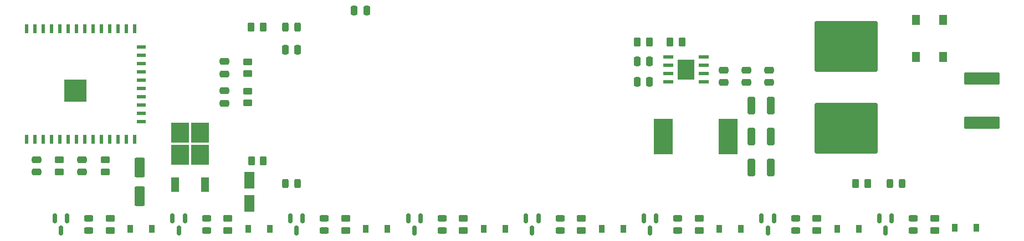
<source format=gbr>
%TF.GenerationSoftware,KiCad,Pcbnew,(6.0.0-0)*%
%TF.CreationDate,2022-04-09T04:09:41-05:00*%
%TF.ProjectId,ESP32RelaySwitcher,45535033-3252-4656-9c61-795377697463,rev?*%
%TF.SameCoordinates,Original*%
%TF.FileFunction,Paste,Top*%
%TF.FilePolarity,Positive*%
%FSLAX46Y46*%
G04 Gerber Fmt 4.6, Leading zero omitted, Abs format (unit mm)*
G04 Created by KiCad (PCBNEW (6.0.0-0)) date 2022-04-09 04:09:41*
%MOMM*%
%LPD*%
G01*
G04 APERTURE LIST*
G04 Aperture macros list*
%AMRoundRect*
0 Rectangle with rounded corners*
0 $1 Rounding radius*
0 $2 $3 $4 $5 $6 $7 $8 $9 X,Y pos of 4 corners*
0 Add a 4 corners polygon primitive as box body*
4,1,4,$2,$3,$4,$5,$6,$7,$8,$9,$2,$3,0*
0 Add four circle primitives for the rounded corners*
1,1,$1+$1,$2,$3*
1,1,$1+$1,$4,$5*
1,1,$1+$1,$6,$7*
1,1,$1+$1,$8,$9*
0 Add four rect primitives between the rounded corners*
20,1,$1+$1,$2,$3,$4,$5,0*
20,1,$1+$1,$4,$5,$6,$7,0*
20,1,$1+$1,$6,$7,$8,$9,0*
20,1,$1+$1,$8,$9,$2,$3,0*%
G04 Aperture macros list end*
%ADD10RoundRect,0.243750X0.243750X0.456250X-0.243750X0.456250X-0.243750X-0.456250X0.243750X-0.456250X0*%
%ADD11RoundRect,0.243750X0.456250X-0.243750X0.456250X0.243750X-0.456250X0.243750X-0.456250X-0.243750X0*%
%ADD12RoundRect,0.250000X0.450000X-0.262500X0.450000X0.262500X-0.450000X0.262500X-0.450000X-0.262500X0*%
%ADD13RoundRect,0.250000X-0.250000X-0.475000X0.250000X-0.475000X0.250000X0.475000X-0.250000X0.475000X0*%
%ADD14RoundRect,0.250000X-0.450000X0.262500X-0.450000X-0.262500X0.450000X-0.262500X0.450000X0.262500X0*%
%ADD15RoundRect,0.250000X-0.475000X0.250000X-0.475000X-0.250000X0.475000X-0.250000X0.475000X0.250000X0*%
%ADD16R,1.200000X1.600000*%
%ADD17R,0.900000X1.200000*%
%ADD18RoundRect,0.150000X-0.150000X0.587500X-0.150000X-0.587500X0.150000X-0.587500X0.150000X0.587500X0*%
%ADD19R,1.550000X0.600000*%
%ADD20R,2.600000X3.100000*%
%ADD21RoundRect,0.250000X0.475000X-0.250000X0.475000X0.250000X-0.475000X0.250000X-0.475000X-0.250000X0*%
%ADD22RoundRect,0.250000X-0.325000X-1.100000X0.325000X-1.100000X0.325000X1.100000X-0.325000X1.100000X0*%
%ADD23RoundRect,0.250000X-0.550000X1.250000X-0.550000X-1.250000X0.550000X-1.250000X0.550000X1.250000X0*%
%ADD24RoundRect,0.250000X0.250000X0.475000X-0.250000X0.475000X-0.250000X-0.475000X0.250000X-0.475000X0*%
%ADD25RoundRect,0.250000X-0.262500X-0.450000X0.262500X-0.450000X0.262500X0.450000X-0.262500X0.450000X0*%
%ADD26R,1.200000X2.200000*%
%ADD27R,2.750000X3.050000*%
%ADD28R,2.900000X5.400000*%
%ADD29RoundRect,0.250000X-0.550000X1.050000X-0.550000X-1.050000X0.550000X-1.050000X0.550000X1.050000X0*%
%ADD30RoundRect,0.249998X-4.550002X3.650002X-4.550002X-3.650002X4.550002X-3.650002X4.550002X3.650002X0*%
%ADD31RoundRect,0.250000X-2.475000X0.712500X-2.475000X-0.712500X2.475000X-0.712500X2.475000X0.712500X0*%
%ADD32R,0.630000X1.400000*%
%ADD33R,1.400000X0.630000*%
%ADD34R,3.500000X3.500000*%
G04 APERTURE END LIST*
D10*
%TO.C,D19*%
X110187500Y-95488111D03*
X108312500Y-95488111D03*
%TD*%
D11*
%TO.C,D11*%
X150264044Y-102675611D03*
X150264044Y-100800611D03*
%TD*%
D12*
%TO.C,R15*%
X102514044Y-83150611D03*
X102514044Y-81325611D03*
%TD*%
D13*
%TO.C,C14*%
X108300000Y-74988111D03*
X110200000Y-74988111D03*
%TD*%
D14*
%TO.C,R2*%
X99514044Y-100825611D03*
X99514044Y-102650611D03*
%TD*%
D15*
%TO.C,C13*%
X99000000Y-76788111D03*
X99000000Y-78688111D03*
%TD*%
D14*
%TO.C,R8*%
X171514044Y-100825611D03*
X171514044Y-102650611D03*
%TD*%
D16*
%TO.C,D1*%
X208767546Y-70401805D03*
X208767546Y-76121805D03*
X204667546Y-76121805D03*
X204667546Y-70401805D03*
%TD*%
D17*
%TO.C,D12*%
X177914044Y-102450197D03*
X174614044Y-102450197D03*
%TD*%
D18*
%TO.C,Q4*%
X128964044Y-100800611D03*
X127064044Y-100800611D03*
X128014044Y-102675611D03*
%TD*%
%TO.C,Q1*%
X74964044Y-100800611D03*
X73064044Y-100800611D03*
X74014044Y-102675611D03*
%TD*%
D19*
%TO.C,U1*%
X166787967Y-79922041D03*
X166787967Y-78652041D03*
X166787967Y-77382041D03*
X166787967Y-76112041D03*
X172187967Y-76112041D03*
X172187967Y-77382041D03*
X172187967Y-78652041D03*
X172187967Y-79922041D03*
D20*
X169487967Y-78017041D03*
%TD*%
D21*
%TO.C,C17*%
X99000000Y-83200000D03*
X99000000Y-81300000D03*
%TD*%
D22*
%TO.C,C9*%
X179498923Y-83517041D03*
X182448923Y-83517041D03*
%TD*%
D23*
%TO.C,C11*%
X86014044Y-97438111D03*
X86014044Y-93038111D03*
%TD*%
D24*
%TO.C,C5*%
X163937967Y-76800000D03*
X162037967Y-76800000D03*
%TD*%
D25*
%TO.C,R5*%
X162075467Y-73800000D03*
X163900467Y-73800000D03*
%TD*%
D10*
%TO.C,D18*%
X202580349Y-95497117D03*
X200705349Y-95497117D03*
%TD*%
D17*
%TO.C,D2*%
X87914044Y-102408703D03*
X84614044Y-102408703D03*
%TD*%
D15*
%TO.C,C3*%
X178737967Y-78117041D03*
X178737967Y-80017041D03*
%TD*%
D10*
%TO.C,D20*%
X110187500Y-71500000D03*
X108312500Y-71500000D03*
%TD*%
D17*
%TO.C,D14*%
X195914044Y-102433373D03*
X192614044Y-102433373D03*
%TD*%
D14*
%TO.C,R3*%
X117514044Y-100825611D03*
X117514044Y-102650611D03*
%TD*%
D17*
%TO.C,D16*%
X213914044Y-102238111D03*
X210614044Y-102238111D03*
%TD*%
D18*
%TO.C,Q3*%
X110964044Y-100800611D03*
X109064044Y-100800611D03*
X110014044Y-102675611D03*
%TD*%
D11*
%TO.C,D3*%
X78264044Y-102675611D03*
X78264044Y-100800611D03*
%TD*%
D26*
%TO.C,U2*%
X96044044Y-95684658D03*
X91484044Y-95684658D03*
D27*
X92239044Y-87709658D03*
X92239044Y-91059658D03*
X95289044Y-87709658D03*
X95289044Y-91059658D03*
%TD*%
D15*
%TO.C,C15*%
X77264044Y-91817041D03*
X77264044Y-93717041D03*
%TD*%
D11*
%TO.C,D15*%
X186264044Y-102675611D03*
X186264044Y-100800611D03*
%TD*%
D28*
%TO.C,L1*%
X166023923Y-88250767D03*
X175923923Y-88250767D03*
%TD*%
D11*
%TO.C,D13*%
X168264044Y-102675611D03*
X168264044Y-100800611D03*
%TD*%
D18*
%TO.C,Q6*%
X164964044Y-100800611D03*
X163064044Y-100800611D03*
X164014044Y-102675611D03*
%TD*%
D11*
%TO.C,D7*%
X114264044Y-102675611D03*
X114264044Y-100800611D03*
%TD*%
D29*
%TO.C,C10*%
X102764044Y-94938110D03*
X102764044Y-98538110D03*
%TD*%
D15*
%TO.C,C2*%
X175237967Y-78117041D03*
X175237967Y-80017041D03*
%TD*%
D25*
%TO.C,R12*%
X103101544Y-91988111D03*
X104926544Y-91988111D03*
%TD*%
D14*
%TO.C,R10*%
X207514044Y-100825611D03*
X207514044Y-102650611D03*
%TD*%
D17*
%TO.C,D6*%
X123914044Y-102408703D03*
X120614044Y-102408703D03*
%TD*%
D14*
%TO.C,R1*%
X81514044Y-100825611D03*
X81514044Y-102650611D03*
%TD*%
%TO.C,R9*%
X189514044Y-100825611D03*
X189514044Y-102650611D03*
%TD*%
D18*
%TO.C,Q8*%
X200964044Y-100800611D03*
X199064044Y-100800611D03*
X200014044Y-102675611D03*
%TD*%
%TO.C,Q7*%
X182964044Y-100800611D03*
X181064044Y-100800611D03*
X182014044Y-102675611D03*
%TD*%
D14*
%TO.C,R7*%
X153514044Y-100825611D03*
X153514044Y-102650611D03*
%TD*%
D12*
%TO.C,R14*%
X73764044Y-93679541D03*
X73764044Y-91854541D03*
%TD*%
D11*
%TO.C,D5*%
X96264044Y-102675611D03*
X96264044Y-100800611D03*
%TD*%
D13*
%TO.C,C6*%
X162037967Y-79900000D03*
X163937967Y-79900000D03*
%TD*%
D17*
%TO.C,D4*%
X105914044Y-102408703D03*
X102614044Y-102408703D03*
%TD*%
D14*
%TO.C,R4*%
X135514044Y-100825611D03*
X135514044Y-102650611D03*
%TD*%
D25*
%TO.C,R11*%
X195467805Y-95500000D03*
X197292805Y-95500000D03*
%TD*%
D17*
%TO.C,D10*%
X159914044Y-102425357D03*
X156614044Y-102425357D03*
%TD*%
D11*
%TO.C,D9*%
X132264044Y-102675611D03*
X132264044Y-100800611D03*
%TD*%
D18*
%TO.C,Q5*%
X146964044Y-100800611D03*
X145064044Y-100800611D03*
X146014044Y-102675611D03*
%TD*%
D14*
%TO.C,R17*%
X80764044Y-91854541D03*
X80764044Y-93679541D03*
%TD*%
D18*
%TO.C,Q2*%
X92964044Y-100800611D03*
X91064044Y-100800611D03*
X92014044Y-102675611D03*
%TD*%
D25*
%TO.C,R13*%
X103087500Y-71500000D03*
X104912500Y-71500000D03*
%TD*%
D11*
%TO.C,D17*%
X204264044Y-102675611D03*
X204264044Y-100800611D03*
%TD*%
D22*
%TO.C,C7*%
X179498923Y-93017041D03*
X182448923Y-93017041D03*
%TD*%
D15*
%TO.C,C4*%
X182237967Y-78117041D03*
X182237967Y-80017041D03*
%TD*%
D12*
%TO.C,R16*%
X102514044Y-78650611D03*
X102514044Y-76825611D03*
%TD*%
D30*
%TO.C,C1*%
X193987967Y-74517041D03*
X193987967Y-87017041D03*
%TD*%
D25*
%TO.C,R6*%
X167061423Y-73797790D03*
X168886423Y-73797790D03*
%TD*%
D13*
%TO.C,C12*%
X118839044Y-69000000D03*
X120739044Y-69000000D03*
%TD*%
D15*
%TO.C,C16*%
X70264044Y-91817041D03*
X70264044Y-93717041D03*
%TD*%
D31*
%TO.C,F1*%
X214737967Y-79379541D03*
X214737967Y-86154541D03*
%TD*%
D32*
%TO.C,U3*%
X68745000Y-88750000D03*
X70015000Y-88750000D03*
X71285000Y-88750000D03*
X72555000Y-88750000D03*
X73825000Y-88750000D03*
X75095000Y-88750000D03*
X76365000Y-88750000D03*
X77635000Y-88750000D03*
X78905000Y-88750000D03*
X80175000Y-88750000D03*
X81445000Y-88750000D03*
X82715000Y-88750000D03*
X83985000Y-88750000D03*
X85255000Y-88750000D03*
D33*
X86255000Y-85965000D03*
X86255000Y-84695000D03*
X86255000Y-83425000D03*
X86255000Y-82155000D03*
X86255000Y-80885000D03*
X86255000Y-79615000D03*
X86255000Y-78345000D03*
X86255000Y-77075000D03*
X86255000Y-75805000D03*
X86255000Y-74535000D03*
D32*
X85255000Y-71750000D03*
X83985000Y-71750000D03*
X82715000Y-71750000D03*
X81445000Y-71750000D03*
X80175000Y-71750000D03*
X78905000Y-71750000D03*
X77635000Y-71750000D03*
X76365000Y-71750000D03*
X75095000Y-71750000D03*
X73825000Y-71750000D03*
X72555000Y-71750000D03*
X71285000Y-71750000D03*
X70015000Y-71750000D03*
X68745000Y-71750000D03*
D34*
X76245000Y-81250000D03*
%TD*%
D17*
%TO.C,D8*%
X141914044Y-102425357D03*
X138614044Y-102425357D03*
%TD*%
D22*
%TO.C,C8*%
X179498923Y-88267041D03*
X182448923Y-88267041D03*
%TD*%
M02*

</source>
